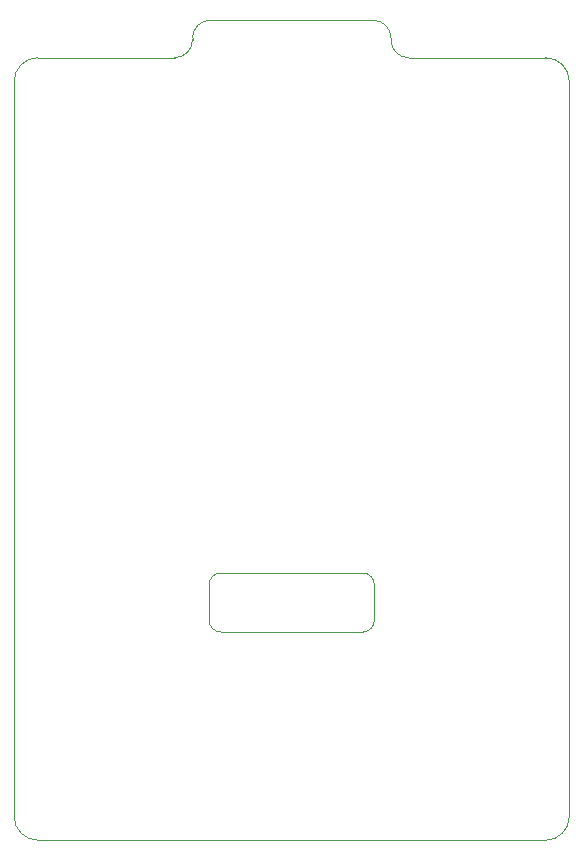
<source format=gbr>
%TF.GenerationSoftware,KiCad,Pcbnew,9.0.6*%
%TF.CreationDate,2026-01-17T11:58:26+01:00*%
%TF.ProjectId,peak,7065616b-2e6b-4696-9361-645f70636258,rev?*%
%TF.SameCoordinates,Original*%
%TF.FileFunction,Profile,NP*%
%FSLAX46Y46*%
G04 Gerber Fmt 4.6, Leading zero omitted, Abs format (unit mm)*
G04 Created by KiCad (PCBNEW 9.0.6) date 2026-01-17 11:58:26*
%MOMM*%
%LPD*%
G01*
G04 APERTURE LIST*
%TA.AperFunction,Profile*%
%ADD10C,0.050000*%
%TD*%
G04 APERTURE END LIST*
D10*
X214803100Y-114200001D02*
X202803100Y-114200001D01*
X201803100Y-110200001D02*
G75*
G02*
X202803100Y-109200000I1000000J1D01*
G01*
X201803100Y-113200001D02*
X201803100Y-110200001D01*
X201903100Y-62400001D02*
X215703100Y-62400001D01*
X202803100Y-109200001D02*
X214803100Y-109200001D01*
X185303100Y-67575001D02*
G75*
G02*
X187303100Y-65575000I2000000J1D01*
G01*
X230303100Y-65575001D02*
G75*
G02*
X232303099Y-67575001I0J-1999999D01*
G01*
X187300000Y-65575001D02*
X198903100Y-65575001D01*
X215803100Y-113200001D02*
G75*
G02*
X214803100Y-114200000I-1000000J1D01*
G01*
X214803100Y-109200001D02*
G75*
G02*
X215803099Y-110200001I0J-999999D01*
G01*
X218703100Y-65575001D02*
X230303100Y-65575001D01*
X185303100Y-129825001D02*
X185303100Y-67575001D01*
X215803100Y-110200001D02*
X215803100Y-113200001D01*
X232303100Y-129825001D02*
G75*
G02*
X230303100Y-131825000I-2000000J1D01*
G01*
X232303100Y-67575001D02*
X232303100Y-129825001D01*
X200400000Y-64075001D02*
G75*
G02*
X198900000Y-65575000I-1500000J1D01*
G01*
X202803100Y-114200001D02*
G75*
G02*
X201803099Y-113200001I0J1000001D01*
G01*
X187303100Y-131825001D02*
G75*
G02*
X185303099Y-129825001I0J2000001D01*
G01*
X230303100Y-131825001D02*
X187303100Y-131825001D01*
X200400000Y-64075001D02*
X200400000Y-63900000D01*
X218700326Y-65575001D02*
G75*
G02*
X217200302Y-64077777I-26J1500001D01*
G01*
X200400000Y-63900000D02*
G75*
G02*
X201900000Y-62400000I1500000J0D01*
G01*
X217200329Y-64077777D02*
X217200000Y-63900000D01*
X215700000Y-62400000D02*
G75*
G02*
X217200000Y-63900000I0J-1500000D01*
G01*
M02*

</source>
